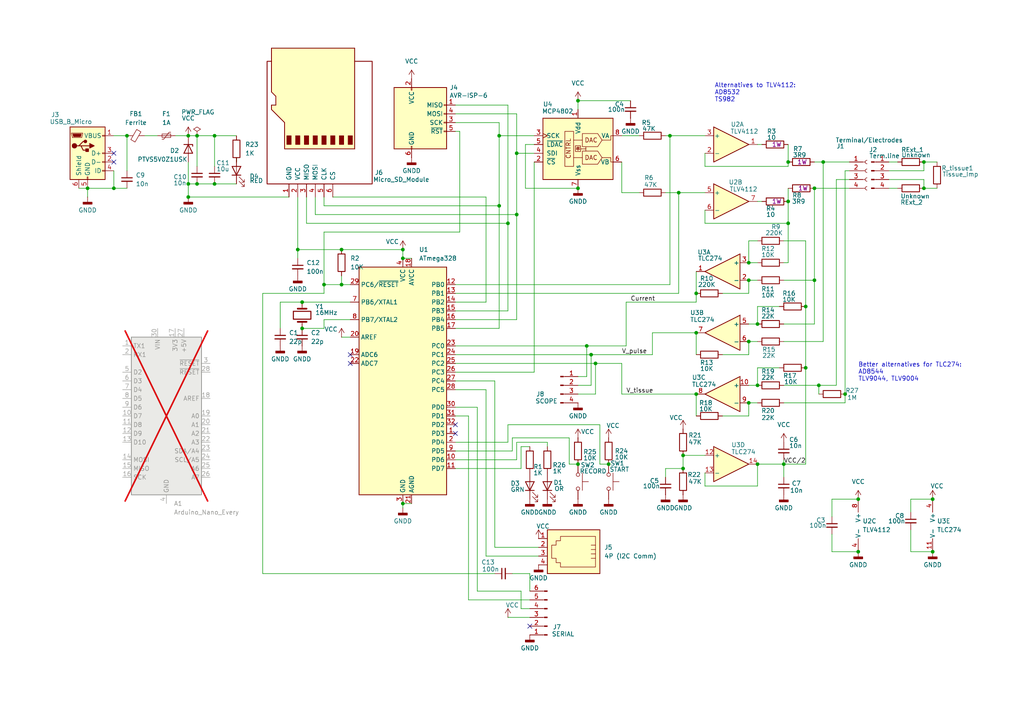
<source format=kicad_sch>
(kicad_sch (version 20250114) (generator "eeschema") (generator_version "9.0")
  (paper "A4")
  (title_block (title "Pulse Stimulator") (date "2025-08-25") (rev "1") (company "GHJ"))
  (text "Alternatives to TLV4112:\nAD8532\nTS982" (at 207.264 26.924 0) (effects (font (size 1.27 1.27)) (justify left)))
  (text "Better alternatives for TLC274:\nAD8544\nTLV9044, TLV9004\n" (at 248.92 107.95 0) (effects (font (size 1.27 1.27)) (justify left)))
  (junction (at 237.49 111.76))
  (junction (at 62.23 39.37))
  (junction (at 227.33 134.62))
  (junction (at 201.93 114.3))
  (junction (at 217.17 99.06))
  (junction (at 219.71 93.98))
  (junction (at 54.61 57.15))
  (junction (at 198.12 135.89))
  (junction (at 54.61 39.37))
  (junction (at 57.15 53.34))
  (junction (at 87.63 95.25))
  (junction (at 147.32 64.77))
  (junction (at 171.45 102.87))
  (junction (at 228.6 64.77))
  (junction (at 144.78 59.69))
  (junction (at 267.97 54.61))
  (junction (at 233.68 106.68))
  (junction (at 36.83 39.37))
  (junction (at 116.84 74.93))
  (junction (at 217.17 81.28))
  (junction (at 245.11 114.3))
  (junction (at 170.18 100.33))
  (junction (at 233.68 88.9))
  (junction (at 167.64 54.61))
  (junction (at 201.93 85.09))
  (junction (at 194.31 39.37))
  (junction (at 149.86 44.45))
  (junction (at 99.06 72.39))
  (junction (at 219.71 134.62))
  (junction (at 144.78 39.37))
  (junction (at 87.63 87.63))
  (junction (at 57.15 39.37))
  (junction (at 236.22 81.28))
  (junction (at 201.93 96.52))
  (junction (at 54.61 53.34))
  (junction (at 93.98 82.55))
  (junction (at 116.84 146.05))
  (junction (at 270.51 160.02))
  (junction (at 238.76 46.99))
  (junction (at 228.6 58.42))
  (junction (at 219.71 111.76))
  (junction (at 248.92 160.02))
  (junction (at 149.86 62.23))
  (junction (at 270.51 144.78))
  (junction (at 176.53 134.62))
  (junction (at 236.22 54.61))
  (junction (at 217.17 116.84))
  (junction (at 267.97 46.99))
  (junction (at 167.64 134.62))
  (junction (at 248.92 144.78))
  (junction (at 25.4 54.61))
  (junction (at 172.72 105.41))
  (junction (at 217.17 76.2))
  (junction (at 198.12 132.08))
  (junction (at 99.06 82.55))
  (junction (at 62.23 53.34))
  (junction (at 86.36 72.39))
  (junction (at 228.6 46.99))
  (junction (at 167.64 29.21))
  (junction (at 196.85 55.88))
  (junction (at 116.84 72.39))
  (junction (at 33.02 54.61))
  (no_connect (at 33.02 44.45))
  (no_connect (at 101.6 102.87))
  (no_connect (at 132.08 125.73))
  (no_connect (at 33.02 46.99))
  (no_connect (at 132.08 123.19))
  (no_connect (at 153.67 181.61))
  (no_connect (at 101.6 105.41))
  (wire (pts (xy 219.71 69.85) (xy 217.17 69.85)))
  (wire (pts (xy 147.32 64.77) (xy 147.32 90.17)))
  (wire (pts (xy 219.71 140.97) (xy 204.47 140.97)))
  (wire (pts (xy 57.15 39.37) (xy 62.23 39.37)))
  (wire (pts (xy 238.76 46.99) (xy 246.38 46.99)))
  (wire (pts (xy 99.06 82.55) (xy 93.98 82.55)))
  (wire (pts (xy 148.59 130.81) (xy 148.59 127)))
  (wire (pts (xy 99.06 97.79) (xy 101.6 97.79)))
  (wire (pts (xy 242.57 52.07) (xy 246.38 52.07)))
  (wire (pts (xy 153.67 166.37) (xy 153.67 171.45)))
  (wire (pts (xy 267.97 46.99) (xy 271.78 46.99)))
  (wire (pts (xy 270.51 144.78) (xy 264.16 144.78)))
  (wire (pts (xy 156.21 158.75) (xy 143.51 158.75)))
  (wire (pts (xy 209.55 85.09) (xy 217.17 85.09)))
  (wire (pts (xy 242.57 111.76) (xy 242.57 52.07)))
  (wire (pts (xy 135.89 173.99) (xy 135.89 120.65)))
  (wire (pts (xy 180.34 39.37) (xy 185.42 39.37)))
  (wire (pts (xy 228.6 64.77) (xy 228.6 58.42)))
  (wire (pts (xy 132.08 133.35) (xy 149.86 133.35)))
  (wire (pts (xy 22.86 54.61) (xy 25.4 54.61)))
  (wire (pts (xy 132.08 128.27) (xy 147.32 128.27)))
  (wire (pts (xy 62.23 48.26) (xy 62.23 39.37)))
  (wire (pts (xy 132.08 85.09) (xy 196.85 85.09)))
  (wire (pts (xy 209.55 102.87) (xy 217.17 102.87)))
  (wire (pts (xy 172.72 114.3) (xy 172.72 105.41)))
  (wire (pts (xy 151.13 171.45) (xy 138.43 171.45)))
  (wire (pts (xy 204.47 64.77) (xy 228.6 64.77)))
  (wire (pts (xy 62.23 53.34) (xy 57.15 53.34)))
  (wire (pts (xy 217.17 93.98) (xy 219.71 93.98)))
  (wire (pts (xy 245.11 116.84) (xy 227.33 116.84)))
  (wire (pts (xy 132.08 87.63) (xy 140.97 87.63)))
  (wire (pts (xy 143.51 158.75) (xy 143.51 110.49)))
  (wire (pts (xy 54.61 53.34) (xy 54.61 57.15)))
  (wire (pts (xy 267.97 46.99) (xy 267.97 49.53)))
  (wire (pts (xy 248.92 160.02) (xy 241.3 160.02)))
  (wire (pts (xy 217.17 81.28) (xy 219.71 81.28)))
  (wire (pts (xy 228.6 41.91) (xy 228.6 46.99)))
  (wire (pts (xy 198.12 132.08) (xy 198.12 135.89)))
  (wire (pts (xy 227.33 111.76) (xy 237.49 111.76)))
  (wire (pts (xy 25.4 54.61) (xy 25.4 57.15)))
  (wire (pts (xy 181.61 87.63) (xy 181.61 100.33)))
  (wire (pts (xy 132.08 135.89) (xy 151.13 135.89)))
  (wire (pts (xy 151.13 135.89) (xy 151.13 129.54)))
  (wire (pts (xy 257.81 54.61) (xy 260.35 54.61)))
  (wire (pts (xy 217.17 81.28) (xy 217.17 85.09)))
  (wire (pts (xy 93.98 85.09) (xy 93.98 82.55)))
  (wire (pts (xy 57.15 53.34) (xy 54.61 53.34)))
  (wire (pts (xy 219.71 93.98) (xy 219.71 88.9)))
  (wire (pts (xy 96.52 57.15) (xy 140.97 57.15)))
  (wire (pts (xy 201.93 85.09) (xy 201.93 78.74)))
  (wire (pts (xy 170.18 109.22) (xy 170.18 100.33)))
  (wire (pts (xy 147.32 123.19) (xy 173.99 123.19)))
  (wire (pts (xy 147.32 179.07) (xy 153.67 179.07)))
  (wire (pts (xy 204.47 48.26) (xy 228.6 48.26)))
  (wire (pts (xy 245.11 114.3) (xy 245.11 116.84)))
  (wire (pts (xy 101.6 92.71) (xy 93.98 92.71)))
  (wire (pts (xy 86.36 72.39) (xy 99.06 72.39)))
  (wire (pts (xy 93.98 67.31) (xy 133.35 67.31)))
  (wire (pts (xy 147.32 30.48) (xy 147.32 64.77)))
  (wire (pts (xy 148.59 127) (xy 165.1 127)))
  (wire (pts (xy 233.68 88.9) (xy 233.68 106.68)))
  (wire (pts (xy 172.72 105.41) (xy 132.08 105.41)))
  (wire (pts (xy 257.81 52.07) (xy 267.97 52.07)))
  (wire (pts (xy 264.16 153.67) (xy 264.16 160.02)))
  (wire (pts (xy 152.4 54.61) (xy 167.64 54.61)))
  (wire (pts (xy 217.17 76.2) (xy 219.71 76.2)))
  (wire (pts (xy 87.63 87.63) (xy 101.6 87.63)))
  (wire (pts (xy 151.13 171.45) (xy 151.13 176.53)))
  (wire (pts (xy 196.85 55.88) (xy 196.85 85.09)))
  (wire (pts (xy 54.61 39.37) (xy 57.15 39.37)))
  (wire (pts (xy 99.06 72.39) (xy 116.84 72.39)))
  (wire (pts (xy 132.08 30.48) (xy 147.32 30.48)))
  (wire (pts (xy 116.84 146.05) (xy 119.38 146.05)))
  (wire (pts (xy 171.45 111.76) (xy 171.45 102.87)))
  (wire (pts (xy 189.23 96.52) (xy 201.93 96.52)))
  (wire (pts (xy 233.68 69.85) (xy 233.68 88.9)))
  (wire (pts (xy 180.34 105.41) (xy 172.72 105.41)))
  (wire (pts (xy 264.16 144.78) (xy 264.16 148.59)))
  (wire (pts (xy 165.1 134.62) (xy 167.64 134.62)))
  (wire (pts (xy 228.6 76.2) (xy 228.6 64.77)))
  (wire (pts (xy 237.49 111.76) (xy 242.57 111.76)))
  (wire (pts (xy 132.08 33.02) (xy 149.86 33.02)))
  (wire (pts (xy 204.47 44.45) (xy 204.47 48.26)))
  (wire (pts (xy 227.33 69.85) (xy 233.68 69.85)))
  (wire (pts (xy 151.13 129.54) (xy 153.67 129.54)))
  (wire (pts (xy 196.85 55.88) (xy 204.47 55.88)))
  (wire (pts (xy 245.11 49.53) (xy 246.38 49.53)))
  (wire (pts (xy 194.31 82.55) (xy 132.08 82.55)))
  (wire (pts (xy 167.64 29.21) (xy 182.88 29.21)))
  (wire (pts (xy 173.99 134.62) (xy 176.53 134.62)))
  (wire (pts (xy 86.36 57.15) (xy 86.36 72.39)))
  (wire (pts (xy 170.18 100.33) (xy 181.61 100.33)))
  (wire (pts (xy 135.89 173.99) (xy 153.67 173.99)))
  (wire (pts (xy 149.86 128.27) (xy 158.75 128.27)))
  (wire (pts (xy 219.71 106.68) (xy 219.71 111.76)))
  (wire (pts (xy 86.36 72.39) (xy 86.36 74.93)))
  (wire (pts (xy 81.28 87.63) (xy 81.28 95.25)))
  (wire (pts (xy 194.31 39.37) (xy 194.31 82.55)))
  (wire (pts (xy 219.71 41.91) (xy 220.98 41.91)))
  (wire (pts (xy 33.02 39.37) (xy 36.83 39.37)))
  (wire (pts (xy 204.47 60.96) (xy 204.47 64.77)))
  (wire (pts (xy 198.12 132.08) (xy 204.47 132.08)))
  (wire (pts (xy 116.84 74.93) (xy 119.38 74.93)))
  (wire (pts (xy 33.02 49.53) (xy 33.02 54.61)))
  (wire (pts (xy 193.04 55.88) (xy 196.85 55.88)))
  (wire (pts (xy 238.76 46.99) (xy 238.76 99.06)))
  (wire (pts (xy 227.33 76.2) (xy 228.6 76.2)))
  (wire (pts (xy 76.2 85.09) (xy 93.98 85.09)))
  (wire (pts (xy 153.67 176.53) (xy 151.13 176.53)))
  (wire (pts (xy 236.22 46.99) (xy 238.76 46.99)))
  (wire (pts (xy 227.33 134.62) (xy 227.33 138.43)))
  (wire (pts (xy 54.61 57.15) (xy 83.82 57.15)))
  (wire (pts (xy 217.17 120.65) (xy 217.17 116.84)))
  (wire (pts (xy 248.92 144.78) (xy 241.3 144.78)))
  (wire (pts (xy 180.34 114.3) (xy 180.34 105.41)))
  (wire (pts (xy 88.9 57.15) (xy 88.9 64.77)))
  (wire (pts (xy 147.32 128.27) (xy 147.32 123.19)))
  (wire (pts (xy 167.64 109.22) (xy 170.18 109.22)))
  (wire (pts (xy 81.28 87.63) (xy 87.63 87.63)))
  (wire (pts (xy 144.78 39.37) (xy 144.78 35.56)))
  (wire (pts (xy 68.58 46.99) (xy 68.58 45.72)))
  (wire (pts (xy 138.43 118.11) (xy 132.08 118.11)))
  (wire (pts (xy 227.33 93.98) (xy 236.22 93.98)))
  (wire (pts (xy 201.93 114.3) (xy 201.93 120.65)))
  (wire (pts (xy 257.81 49.53) (xy 267.97 49.53)))
  (wire (pts (xy 226.06 106.68) (xy 219.71 106.68)))
  (wire (pts (xy 193.04 39.37) (xy 194.31 39.37)))
  (wire (pts (xy 149.86 44.45) (xy 154.94 44.45)))
  (wire (pts (xy 144.78 35.56) (xy 132.08 35.56)))
  (wire (pts (xy 233.68 106.68) (xy 233.68 134.62)))
  (wire (pts (xy 148.59 166.37) (xy 153.67 166.37)))
  (wire (pts (xy 68.58 39.37) (xy 62.23 39.37)))
  (wire (pts (xy 236.22 54.61) (xy 246.38 54.61)))
  (wire (pts (xy 88.9 64.77) (xy 147.32 64.77)))
  (wire (pts (xy 144.78 39.37) (xy 154.94 39.37)))
  (wire (pts (xy 267.97 52.07) (xy 267.97 54.61)))
  (wire (pts (xy 144.78 39.37) (xy 144.78 59.69)))
  (wire (pts (xy 193.04 135.89) (xy 193.04 138.43)))
  (wire (pts (xy 93.98 95.25) (xy 87.63 95.25)))
  (wire (pts (xy 217.17 116.84) (xy 219.71 116.84)))
  (wire (pts (xy 152.4 41.91) (xy 152.4 54.61)))
  (wire (pts (xy 237.49 111.76) (xy 237.49 114.3)))
  (wire (pts (xy 132.08 92.71) (xy 149.86 92.71)))
  (wire (pts (xy 267.97 54.61) (xy 271.78 54.61)))
  (wire (pts (xy 204.47 140.97) (xy 204.47 137.16)))
  (wire (pts (xy 57.15 48.26) (xy 57.15 39.37)))
  (wire (pts (xy 219.71 134.62) (xy 219.71 140.97)))
  (wire (pts (xy 138.43 171.45) (xy 138.43 118.11)))
  (wire (pts (xy 36.83 54.61) (xy 33.02 54.61)))
  (wire (pts (xy 180.34 55.88) (xy 185.42 55.88)))
  (wire (pts (xy 217.17 111.76) (xy 219.71 111.76)))
  (wire (pts (xy 91.44 57.15) (xy 91.44 62.23)))
  (wire (pts (xy 167.64 29.21) (xy 167.64 31.75)))
  (wire (pts (xy 93.98 57.15) (xy 93.98 59.69)))
  (wire (pts (xy 257.81 46.99) (xy 260.35 46.99)))
  (wire (pts (xy 228.6 46.99) (xy 228.6 48.26)))
  (wire (pts (xy 167.64 111.76) (xy 171.45 111.76)))
  (wire (pts (xy 149.86 33.02) (xy 149.86 44.45)))
  (wire (pts (xy 116.84 72.39) (xy 116.84 74.93)))
  (wire (pts (xy 50.8 39.37) (xy 54.61 39.37)))
  (wire (pts (xy 154.94 107.95) (xy 132.08 107.95)))
  (wire (pts (xy 241.3 160.02) (xy 241.3 154.94)))
  (wire (pts (xy 91.44 62.23) (xy 149.86 62.23)))
  (wire (pts (xy 101.6 82.55) (xy 99.06 82.55)))
  (wire (pts (xy 147.32 90.17) (xy 132.08 90.17)))
  (wire (pts (xy 198.12 135.89) (xy 193.04 135.89)))
  (wire (pts (xy 217.17 99.06) (xy 219.71 99.06)))
  (wire (pts (xy 165.1 127) (xy 165.1 134.62)))
  (wire (pts (xy 158.75 128.27) (xy 158.75 129.54)))
  (wire (pts (xy 227.33 81.28) (xy 236.22 81.28)))
  (wire (pts (xy 143.51 110.49) (xy 132.08 110.49)))
  (wire (pts (xy 132.08 100.33) (xy 170.18 100.33)))
  (wire (pts (xy 149.86 133.35) (xy 149.86 128.27)))
  (wire (pts (xy 236.22 93.98) (xy 236.22 81.28)))
  (wire (pts (xy 99.06 80.01) (xy 99.06 82.55)))
  (wire (pts (xy 135.89 120.65) (xy 132.08 120.65)))
  (wire (pts (xy 140.97 113.03) (xy 140.97 161.29)))
  (wire (pts (xy 201.93 87.63) (xy 201.93 85.09)))
  (wire (pts (xy 140.97 57.15) (xy 140.97 87.63)))
  (wire (pts (xy 219.71 88.9) (xy 226.06 88.9)))
  (wire (pts (xy 132.08 130.81) (xy 148.59 130.81)))
  (wire (pts (xy 233.68 134.62) (xy 227.33 134.62)))
  (wire (pts (xy 217.17 102.87) (xy 217.17 99.06)))
  (wire (pts (xy 227.33 99.06) (xy 238.76 99.06)))
  (wire (pts (xy 140.97 161.29) (xy 156.21 161.29)))
  (wire (pts (xy 189.23 102.87) (xy 189.23 96.52)))
  (wire (pts (xy 133.35 67.31) (xy 133.35 38.1)))
  (wire (pts (xy 41.91 39.37) (xy 45.72 39.37)))
  (wire (pts (xy 132.08 113.03) (xy 140.97 113.03)))
  (wire (pts (xy 54.61 46.99) (xy 54.61 53.34)))
  (wire (pts (xy 209.55 120.65) (xy 217.17 120.65)))
  (wire (pts (xy 93.98 59.69) (xy 144.78 59.69)))
  (wire (pts (xy 180.34 46.99) (xy 180.34 55.88)))
  (wire (pts (xy 36.83 39.37) (xy 36.83 49.53)))
  (wire (pts (xy 76.2 166.37) (xy 76.2 85.09)))
  (wire (pts (xy 33.02 54.61) (xy 25.4 54.61)))
  (wire (pts (xy 227.33 133.35) (xy 227.33 134.62)))
  (wire (pts (xy 171.45 102.87) (xy 189.23 102.87)))
  (wire (pts (xy 167.64 114.3) (xy 172.72 114.3)))
  (wire (pts (xy 93.98 82.55) (xy 93.98 67.31)))
  (wire (pts (xy 93.98 92.71) (xy 93.98 95.25)))
  (wire (pts (xy 245.11 49.53) (xy 245.11 114.3)))
  (wire (pts (xy 228.6 54.61) (xy 228.6 58.42)))
  (wire (pts (xy 154.94 46.99) (xy 154.94 107.95)))
  (wire (pts (xy 68.58 53.34) (xy 62.23 53.34)))
  (wire (pts (xy 144.78 95.25) (xy 132.08 95.25)))
  (wire (pts (xy 217.17 69.85) (xy 217.17 76.2)))
  (wire (pts (xy 236.22 81.28) (xy 236.22 54.61)))
  (wire (pts (xy 133.35 38.1) (xy 132.08 38.1)))
  (wire (pts (xy 143.51 166.37) (xy 76.2 166.37)))
  (wire (pts (xy 241.3 144.78) (xy 241.3 149.86)))
  (wire (pts (xy 201.93 114.3) (xy 180.34 114.3)))
  (wire (pts (xy 132.08 102.87) (xy 171.45 102.87)))
  (wire (pts (xy 154.94 41.91) (xy 152.4 41.91)))
  (wire (pts (xy 144.78 59.69) (xy 144.78 95.25)))
  (wire (pts (xy 149.86 62.23) (xy 149.86 92.71)))
  (wire (pts (xy 264.16 160.02) (xy 270.51 160.02)))
  (wire (pts (xy 219.71 58.42) (xy 220.98 58.42)))
  (wire (pts (xy 173.99 123.19) (xy 173.99 134.62)))
  (wire (pts (xy 219.71 134.62) (xy 227.33 134.62)))
  (wire (pts (xy 201.93 96.52) (xy 201.93 102.87)))
  (wire (pts (xy 149.86 44.45) (xy 149.86 62.23)))
  (wire (pts (xy 194.31 39.37) (xy 204.47 39.37)))
  (wire (pts (xy 181.61 87.63) (xy 201.93 87.63)))
  (wire (pts (xy 116.84 146.05) (xy 116.84 147.32)))
  (label "V_tissue" (at 181.61 114.3 0))
  (label "VCC{slash}2" (at 227.33 134.62 0))
  (label "V_pulse" (at 180.34 102.87 0))
  (label "Current" (at 182.88 87.63 0))
  (symbol (lib_id "Device:R") (at 223.52 81.28 270) (unit 1)
    (property "Reference" "R11" (at 222.758 83.82 90))
    (property "Value" "10K" (at 222.758 85.598 90))
    (property "Footprint" "Resistor_SMD:R_1206_3216Metric" (effects (hide yes)))
    (property "Description" "Resistor" (effects (hide yes)))
  )
  (symbol (lib_id "AddLibrary:Micro_SD_Module") (at 91.44 34.29 90) (unit 1)
    (property "Reference" "J6" (at 108.712 50.038 90) (effects (justify right)))
    (property "Value" "Micro_SD_Module" (at 108.204 52.07 90) (effects (justify right)))
    (property "Datasheet" "https://lastminuteengineers.com/arduino-micro-sd-card-module-tutorial/" (effects (hide yes)))
    (property "Description" "Micro SD Card Socket" (effects (hide yes)))
  )
  (symbol (lib_id "Device:R") (at 167.64 130.81 0) (unit 1)
    (property "Reference" "R25" (at 169.164 131.064 0) (effects (justify left)))
    (property "Value" "10K" (at 169.164 132.842 0) (effects (justify left)))
    (property "Footprint" "Resistor_SMD:R_1206_3216Metric" (effects (hide yes)))
    (property "Description" "Resistor" (effects (hide yes)))
  )
  (symbol (lib_id "power:GNDD") (at 167.64 144.78 0) (unit 1)
    (property "Reference" "#PWR026" (effects (hide yes)))
    (property "Value" "GNDD" (at 167.64 148.59 0))
    (property "Description" "Power symbol creates a global label with name \"GNDD\" , digital ground" (effects (hide yes)))
  )
  (symbol (lib_id "power:PWR_FLAG") (at 57.15 39.37 0) (unit 1)
    (property "Reference" "#FLG01" (effects (hide yes)))
    (property "Value" "PWR_FLAG" (at 57.404 32.512 0))
    (property "Description" "Special symbol for telling ERC where power comes from" (effects (hide yes)))
  )
  (symbol (lib_id "Device:Polyfuse_Small") (at 48.26 39.37 270) (unit 1)
    (property "Reference" "F1" (at 48.26 33.02 90))
    (property "Value" "1A" (at 48.26 35.56 90))
    (property "Footprint" "Capacitor_SMD:C_0805_2012Metric_Pad1.18x1.45mm_HandSolder" (effects (hide yes)))
    (property "Datasheet" "https://www.littelfuse.com/assetdocs/littelfuse_ptc_0805l_datasheet.pdf" (effects (hide yes)))
    (property "Description" "Resettable fuse, polymeric positive temperature coefficient, small symbol" (effects (hide yes)))
  )
  (symbol (lib_id "power:GNDD") (at 116.84 147.32 0) (unit 1)
    (property "Reference" "#PWR02" (effects (hide yes)))
    (property "Value" "GNDD" (at 116.84 151.13 0))
    (property "Description" "Power symbol creates a global label with name \"GNDD\" , digital ground" (effects (hide yes)))
  )
  (symbol (lib_id "Device:R") (at 68.58 43.18 0) (unit 1)
    (property "Reference" "R23" (at 71.12 41.9099 0) (effects (justify left)))
    (property "Value" "1K" (at 71.12 44.4499 0) (effects (justify left)))
    (property "Footprint" "Resistor_SMD:R_1206_3216Metric" (effects (hide yes)))
    (property "Description" "Resistor" (effects (hide yes)))
  )
  (symbol (lib_id "power:GNDD") (at 248.92 160.02 0) (unit 1)
    (property "Reference" "#PWR06" (effects (hide yes)))
    (property "Value" "GNDD" (at 248.92 163.83 0))
    (property "Description" "Power symbol creates a global label with name \"GNDD\" , digital ground" (effects (hide yes)))
  )
  (symbol (lib_id "power:GNDD") (at 86.36 80.01 0) (unit 1)
    (property "Reference" "#PWR032" (effects (hide yes)))
    (property "Value" "GNDD" (at 86.36 83.82 0))
    (property "Description" "Power symbol creates a global label with name \"GNDD\" , digital ground" (effects (hide yes)))
  )
  (symbol (lib_id "power:GNDD") (at 193.04 143.51 0) (unit 1)
    (property "Reference" "#PWR015" (effects (hide yes)))
    (property "Value" "GNDD" (at 193.04 147.32 0))
    (property "Description" "Power symbol creates a global label with name \"GNDD\" , digital ground" (effects (hide yes)))
  )
  (symbol (lib_id "Amplifier_Operational:TLC274") (at 209.55 114.3 0) (mirror y) (unit 3)
    (property "Reference" "U3" (at 202.692 109.474 0))
    (property "Value" "TLC274" (at 204.216 111.506 0))
    (property "Datasheet" "http://www.ti.com/lit/ds/symlink/tlc274.pdf" (effects (hide yes)))
    (property "Description" "Quad LinCMOS Precision Quad Operational Amplifiers, DIP-14/SOIC-14/SSOP-14" (effects (hide yes)))
  )
  (symbol (lib_id "Device:R") (at 223.52 99.06 270) (unit 1)
    (property "Reference" "R15" (at 223.012 101.346 90))
    (property "Value" "22K" (at 223.012 103.124 90))
    (property "Footprint" "Resistor_SMD:R_1206_3216Metric" (effects (hide yes)))
    (property "Description" "Resistor" (effects (hide yes)))
  )
  (symbol (lib_id "Device:C_Small") (at 87.63 97.79 0) (unit 1)
    (property "Reference" "C2" (at 90.17 96.5262 0) (effects (justify left)))
    (property "Value" "22p" (at 90.17 99.0662 0) (effects (justify left)))
    (property "Footprint" "Capacitor_SMD:C_0603_1608Metric" (effects (hide yes)))
    (property "Description" "Unpolarized capacitor, small symbol" (effects (hide yes)))
  )
  (symbol (lib_id "AddLibrary:TLV4112") (at 212.09 58.42 0) (unit 2)
    (property "Reference" "U2" (at 213.36 52.832 0))
    (property "Value" "TLV4112" (at 215.646 54.864 0))
    (property "Datasheet" "http://www.ti.com/lit/ds/symlink/lm2904-n.pdf" (effects (hide yes)))
    (property "Description" "Low-Power, Dual Operational Amplifiers, DIP-8/SOIC-8/TO-99-8" (effects (hide yes)))
  )
  (symbol (lib_id "AddLibrary:TLV4112") (at 212.09 41.91 0) (unit 1)
    (property "Reference" "U2" (at 213.868 36.068 0))
    (property "Value" "TLV4112" (at 215.9 38.1 0))
    (property "Datasheet" "http://www.ti.com/lit/ds/symlink/lm2904-n.pdf" (effects (hide yes)))
    (property "Description" "Low-Power, Dual Operational Amplifiers, DIP-8/SOIC-8/TO-99-8" (effects (hide yes)))
  )
  (symbol (lib_id "Connector:4P4C") (at 166.37 158.75 180) (unit 1)
    (property "Reference" "J5" (at 175.26 158.7499 0) (effects (justify right)))
    (property "Value" "4P (I2C Comm)" (at 175.26 161.2899 0) (effects (justify right)))
    (property "Datasheet" "https://www.molex.com/en-us/products/part-detail-pdf/955016449?display=pdf" (effects (hide yes)))
    (property "Description" "RJ connector, 4P4C (4 positions 4 connected), RJ9/RJ10/RJ22" (effects (hide yes)))
  )
  (symbol (lib_id "Device:C_Small") (at 227.33 130.81 0) (unit 1)
    (property "Reference" "C6" (at 228.854 127.508 0) (effects (justify left)))
    (property "Value" "10n" (at 228.854 129.286 0) (effects (justify left)))
    (property "Footprint" "Capacitor_SMD:C_0603_1608Metric" (effects (hide yes)))
    (property "Description" "Unpolarized capacitor, small symbol" (effects (hide yes)))
  )
  (symbol (lib_id "power:GNDD") (at 153.67 184.15 0) (unit 1)
    (property "Reference" "#PWR028" (effects (hide yes)))
    (property "Value" "GNDD" (at 153.67 187.96 0))
    (property "Description" "Power symbol creates a global label with name \"GNDD\" , digital ground" (effects (hide yes)))
  )
  (symbol (lib_id "AddLibrary:TLV4112") (at 251.46 152.4 0) (unit 3)
    (property "Reference" "U2" (at 250.19 151.1299 0) (effects (justify left)))
    (property "Value" "TLV4112" (at 250.19 153.6699 0) (effects (justify left)))
    (property "Datasheet" "http://www.ti.com/lit/ds/symlink/lm2904-n.pdf" (effects (hide yes)))
    (property "Description" "Low-Power, Dual Operational Amplifiers, DIP-8/SOIC-8/TO-99-8" (effects (hide yes)))
  )
  (symbol (lib_id "Connector:Conn_01x04_Pin") (at 252.73 49.53 0) (unit 1) (in_bom no) (on_board no)
    (property "Reference" "J2" (at 253.238 43.434 0))
    (property "Value" "Term.line" (at 256.54 45.212 0))
    (property "Description" "Generic connector, single row, 01x04, script generated" (effects (hide yes)))
  )
  (symbol (lib_id "Connector:Conn_01x06_Pin") (at 158.75 179.07 180) (unit 1)
    (property "Reference" "J7" (at 161.544 181.864 0))
    (property "Value" "SERIAL" (at 163.322 183.896 0))
    (property "Datasheet" "https://nl.mouser.com/datasheet/2/1/ts0766-2036569.pdf" (effects (hide yes)))
    (property "Description" "Generic connector, single row, 01x06, script generated" (effects (hide yes)))
  )
  (symbol (lib_id "Device:R") (at 153.67 133.35 0) (unit 1)
    (property "Reference" "R1" (at 154.686 135.382 0) (effects (justify left)))
    (property "Value" "1K" (at 154.686 137.16 0) (effects (justify left)))
    (property "Footprint" "Resistor_SMD:R_1206_3216Metric" (effects (hide yes)))
    (property "Description" "Resistor" (effects (hide yes)))
  )
  (symbol (lib_id "power:+5V") (at 176.53 127 0) (unit 1)
    (property "Reference" "#PWR01" (effects (hide yes)))
    (property "Value" "VCC" (at 177.8 123.444 0))
    (property "Description" "Power symbol creates a global label with name \"+5V\"" (effects (hide yes)))
  )
  (symbol (lib_id "Amplifier_Operational:TLC274") (at 209.55 96.52 0) (mirror y) (unit 2)
    (property "Reference" "U3" (at 202.184 90.678 0))
    (property "Value" "TLC274" (at 203.708 92.71 0))
    (property "Datasheet" "http://www.ti.com/lit/ds/symlink/tlc274.pdf" (effects (hide yes)))
    (property "Description" "Quad LinCMOS Precision Quad Operational Amplifiers, DIP-14/SOIC-14/SSOP-14" (effects (hide yes)))
  )
  (symbol (lib_id "Connector:AVR-ISP-6") (at 121.92 35.56 0) (unit 1)
    (property "Reference" "J4" (at 132.842 25.4 0) (effects (justify right)))
    (property "Value" "AVR-ISP-6" (at 141.478 27.686 0) (effects (justify right)))
    (property "Datasheet" "https://nl.mouser.com/datasheet/2/1/ts0766-2036569.pdf" (effects (hide yes)))
    (property "Description" "Atmel 6-pin ISP connector" (effects (hide yes)))
  )
  (symbol (lib_id "Device:C_Small") (at 62.23 50.8 0) (unit 1)
    (property "Reference" "C11" (at 62.738 47.244 0) (effects (justify left)))
    (property "Value" "10u" (at 62.738 49.022 0) (effects (justify left)))
    (property "Footprint" "Capacitor_SMD:C_1206_3216Metric" (effects (hide yes)))
    (property "Description" "Unpolarized capacitor, small symbol" (effects (hide yes)))
  )
  (symbol (lib_id "Diode:PTVS5V0Z1USK") (at 54.61 43.18 270) (unit 1)
    (property "Reference" "D2" (at 49.276 43.688 90) (effects (justify left)))
    (property "Value" "PTVS5V0Z1USK" (at 39.878 46.228 90) (effects (justify left)))
    (property "Footprint" "Diode_SMD:Nexperia_DSN1608-2_1.6x0.8mm" (effects (hide yes)))
    (property "Datasheet" "https://assets.nexperia.com/documents/data-sheet/PTVS5V0Z1USK.pdf" (effects (hide yes)))
    (property "Description" "5V, 1200W TVS unidirectional diode, DSN1608-2" (effects (hide yes)))
  )
  (symbol (lib_id "power:+5V") (at 147.32 179.07 0) (unit 1)
    (property "Reference" "#PWR029" (effects (hide yes)))
    (property "Value" "VCC" (at 148.59 175.514 0))
    (property "Description" "Power symbol creates a global label with name \"+5V\"" (effects (hide yes)))
  )
  (symbol (lib_id "MCU_Module:Arduino_Nano_Every") (at 48.26 120.65 0) (unit 1) (dnp yes)
    (property "Reference" "A1" (at 50.4033 146.05 0) (effects (justify left)))
    (property "Value" "Arduino_Nano_Every" (at 50.4033 148.59 0) (effects (justify left)))
    (property "Footprint" "Module:Arduino_Nano" (effects (hide yes)))
    (property "Datasheet" "https://content.arduino.cc/assets/NANOEveryV3.0_sch.pdf" (effects (hide yes)))
    (property "Description" "Arduino Nano Every" (effects (hide yes)))
  )
  (symbol (lib_id "Device:R") (at 264.16 46.99 270) (unit 1) (in_bom no) (on_board no)
    (property "Reference" "RExt_1" (at 264.668 43.434 90))
    (property "Value" "Unknown" (at 265.684 44.958 90))
    (property "Footprint" "Resistor_SMD:R_1206_3216Metric" (effects (hide yes)))
    (property "Description" "Resistor" (effects (hide yes)))
  )
  (symbol (lib_id "Device:R") (at 224.79 58.42 270) (unit 1)
    (property "Reference" "R4" (at 223.52 60.452 90))
    (property "Value" "10" (at 223.52 62.23 90))
    (property "Footprint" "Resistor_SMD:R_2816_7142Metric_Pad3.20x4.45mm_HandSolder" (effects (hide yes)))
    (property "Description" "1W" (at 225.298 58.42 90))
  )
  (symbol (lib_id "Device:R") (at 223.52 69.85 90) (mirror x) (unit 1)
    (property "Reference" "R9" (at 225.044 65.786 90))
    (property "Value" "220K" (at 224.536 67.564 90))
    (property "Footprint" "Resistor_SMD:R_1206_3216Metric" (effects (hide yes)))
    (property "Description" "Resistor" (effects (hide yes)))
  )
  (symbol (lib_id "Device:R") (at 232.41 54.61 270) (unit 1)
    (property "Reference" "R8" (at 231.14 56.642 90))
    (property "Value" "3R9" (at 231.648 58.42 90))
    (property "Footprint" "Resistor_SMD:R_2512_6332Metric_Pad1.40x3.35mm_HandSolder" (effects (hide yes)))
    (property "Description" "1W" (at 232.918 54.61 90))
  )
  (symbol (lib_id "power:+5V") (at 99.06 97.79 0) (unit 1)
    (property "Reference" "#PWR035" (effects (hide yes)))
    (property "Value" "VCC" (at 96.012 95.504 0))
    (property "Description" "Power symbol creates a global label with name \"+5V\"" (effects (hide yes)))
  )
  (symbol (lib_id "Device:C_Small") (at 146.05 166.37 90) (unit 1)
    (property "Reference" "C13" (at 143.51 163.068 90) (effects (justify left)))
    (property "Value" "100n" (at 144.78 165.1 90) (effects (justify left)))
    (property "Footprint" "Capacitor_SMD:C_0603_1608Metric" (effects (hide yes)))
    (property "Description" "Unpolarized capacitor, small symbol" (effects (hide yes)))
  )
  (symbol (lib_id "Amplifier_Operational:TLC274") (at 212.09 134.62 0) (unit 4)
    (property "Reference" "U3" (at 214.122 129.032 0))
    (property "Value" "TLC274" (at 215.646 131.064 0))
    (property "Datasheet" "http://www.ti.com/lit/ds/symlink/tlc274.pdf" (effects (hide yes)))
    (property "Description" "Quad LinCMOS Precision Quad Operational Amplifiers, DIP-14/SOIC-14/SSOP-14" (effects (hide yes)))
  )
  (symbol (lib_id "Connector:USB_B_Micro") (at 25.4 44.45 0) (unit 1)
    (property "Reference" "J3" (at 16.002 33.274 0))
    (property "Value" "USB_B_Micro" (at 20.574 35.306 0))
    (property "Description" "USB Micro Type B connector" (effects (hide yes)))
  )
  (symbol (lib_id "power:GNDD") (at 167.64 116.84 0) (unit 1)
    (property "Reference" "#PWR033" (effects (hide yes)))
    (property "Value" "GNDD" (at 167.64 120.65 0))
    (property "Description" "Power symbol creates a global label with name \"GNDD\" , digital ground" (effects (hide yes)))
  )
  (symbol (lib_id "power:+5V") (at 116.84 72.39 0) (unit 1)
    (property "Reference" "#PWR012" (effects (hide yes)))
    (property "Value" "VCC" (at 113.792 70.104 0))
    (property "Description" "Power symbol creates a global label with name \"+5V\"" (effects (hide yes)))
  )
  (symbol (lib_id "Device:C_Small") (at 241.3 152.4 0) (unit 1)
    (property "Reference" "C3" (at 236.728 150.876 0) (effects (justify left)))
    (property "Value" "100n" (at 234.696 152.4 0) (effects (justify left)))
    (property "Footprint" "Capacitor_SMD:C_0603_1608Metric" (effects (hide yes)))
    (property "Description" "Unpolarized capacitor, small symbol" (effects (hide yes)))
  )
  (symbol (lib_id "power:GNDD") (at 54.61 57.15 0) (unit 1)
    (property "Reference" "#PWR020" (effects (hide yes)))
    (property "Value" "GNDD" (at 54.61 60.96 0))
    (property "Description" "Power symbol creates a global label with name \"GNDD\" , digital ground" (effects (hide yes)))
  )
  (symbol (lib_id "power:GNDD") (at 167.64 54.61 0) (unit 1)
    (property "Reference" "#PWR07" (effects (hide yes)))
    (property "Value" "GNDD" (at 167.64 58.42 0))
    (property "Description" "Power symbol creates a global label with name \"GNDD\" , digital ground" (effects (hide yes)))
  )
  (symbol (lib_id "Device:R") (at 271.78 50.8 0) (unit 1) (in_bom no) (on_board no)
    (property "Reference" "R_tissue1" (at 273.05 48.768 0) (effects (justify left)))
    (property "Value" "Tissue_Imp" (at 273.304 50.546 0) (effects (justify left)))
    (property "Footprint" "Resistor_SMD:R_1206_3216Metric" (effects (hide yes)))
    (property "Description" "Resistor" (effects (hide yes)))
  )
  (symbol (lib_id "Device:R") (at 223.52 111.76 270) (unit 1)
    (property "Reference" "R19" (at 222.758 107.696 90))
    (property "Value" "22K" (at 222.758 109.474 90))
    (property "Footprint" "Resistor_SMD:R_1206_3216Metric" (effects (hide yes)))
    (property "Description" "Resistor" (effects (hide yes)))
  )
  (symbol (lib_id "Connector:Conn_01x04_Socket") (at 251.46 49.53 0) (unit 1)
    (property "Reference" "J1" (at 242.57 42.418 0) (effects (justify left)))
    (property "Value" "Terminal/Electrodes" (at 242.316 40.64 0) (effects (font (thickness 0.1588)) (justify left)))
    (property "Description" "Generic connector, single row, 01x04, script generated" (effects (hide yes)))
  )
  (symbol (lib_id "Device:Crystal") (at 87.63 91.44 90) (unit 1)
    (property "Reference" "Y1" (at 91.44 88.9 90) (effects (justify right)))
    (property "Value" "16MHz" (at 91.44 90.678 90) (effects (justify right)))
    (property "Footprint" "Crystal:Crystal_HC49-U_Vertical" (effects (hide yes)))
    (property "Description" "Two pin crystal" (effects (hide yes)))
  )
  (symbol (lib_id "Device:R") (at 223.52 116.84 270) (unit 1)
    (property "Reference" "R20" (at 222.758 119.126 90))
    (property "Value" "22K" (at 222.758 121.158 90))
    (property "Footprint" "Resistor_SMD:R_1206_3216Metric" (effects (hide yes)))
    (property "Description" "Resistor" (effects (hide yes)))
  )
  (symbol (lib_id "Device:R") (at 229.87 106.68 270) (unit 1)
    (property "Reference" "R17" (at 229.108 108.966 90))
    (property "Value" "10K" (at 229.362 110.744 90))
    (property "Footprint" "Resistor_SMD:R_1206_3216Metric" (effects (hide yes)))
    (property "Description" "Resistor" (effects (hide yes)))
  )
  (symbol (lib_id "power:+5V") (at 119.38 22.86 0) (unit 1)
    (property "Reference" "#PWR021" (effects (hide yes)))
    (property "Value" "VCC" (at 119.38 17.78 0))
    (property "Description" "Power symbol creates a global label with name \"+5V\"" (effects (hide yes)))
  )
  (symbol (lib_id "Device:R") (at 223.52 76.2 270) (unit 1)
    (property "Reference" "R12" (at 222.758 72.136 90))
    (property "Value" "10K" (at 222.758 73.914 90))
    (property "Footprint" "Resistor_SMD:R_1206_3216Metric" (effects (hide yes)))
    (property "Description" "Resistor" (effects (hide yes)))
  )
  (symbol (lib_id "Device:R") (at 205.74 85.09 270) (unit 1)
    (property "Reference" "R10" (at 204.978 80.772 90))
    (property "Value" "220K" (at 204.978 82.55 90))
    (property "Footprint" "Resistor_SMD:R_1206_3216Metric" (effects (hide yes)))
    (property "Description" "Resistor" (effects (hide yes)))
  )
  (symbol (lib_id "Device:C_Small") (at 57.15 50.8 0) (unit 1)
    (property "Reference" "C10" (at 50.292 51.308 0) (effects (justify left)))
    (property "Value" "10n" (at 50.292 53.086 0) (effects (justify left)))
    (property "Footprint" "Capacitor_SMD:C_0603_1608Metric" (effects (hide yes)))
    (property "Description" "Unpolarized capacitor, small symbol" (effects (hide yes)))
  )
  (symbol (lib_id "Device:LED") (at 68.58 49.53 90) (unit 1)
    (property "Reference" "D4" (at 72.39 51.1174 90) (effects (justify right)))
    (property "Value" "RED" (at 72.39 52.3874 90) (effects (justify right)))
    (property "Footprint" "LED_SMD:LED_0805_2012Metric" (effects (hide yes)))
    (property "Description" "Light emitting diode" (effects (hide yes)))
    (property "Sim.Pins" "1=K 2=A" (effects (hide yes)))
  )
  (symbol (lib_id "Amplifier_Operational:TLC274") (at 209.55 78.74 0) (mirror y) (unit 1)
    (property "Reference" "U3" (at 204.216 73.152 0))
    (property "Value" "TLC274" (at 205.994 74.93 0))
    (property "Datasheet" "http://www.ti.com/lit/ds/symlink/tlc274.pdf" (effects (hide yes)))
    (property "Description" "Quad LinCMOS Precision Quad Operational Amplifiers, DIP-14/SOIC-14/SSOP-14" (effects (hide yes)))
  )
  (symbol (lib_id "Device:C_Small") (at 81.28 97.79 0) (unit 1)
    (property "Reference" "C1" (at 83.82 96.5262 0) (effects (justify left)))
    (property "Value" "22p" (at 83.82 99.0662 0) (effects (justify left)))
    (property "Footprint" "Capacitor_SMD:C_0603_1608Metric" (effects (hide yes)))
    (property "Description" "Unpolarized capacitor, small symbol" (effects (hide yes)))
  )
  (symbol (lib_id "Analog_DAC:MCP4802") (at 167.64 41.91 0) (unit 1)
    (property "Reference" "U4" (at 157.48 30.226 0) (effects (justify left)))
    (property "Value" "MCP4802" (at 157.226 32.258 0) (effects (justify left)))
    (property "Datasheet" "http://ww1.microchip.com/downloads/en/DeviceDoc/20002249B.pdf" (effects (hide yes)))
    (property "Description" "2-Channel 8-Bit D/A Converters with SPI Interface and Internal Reference (2.048V)" (effects (hide yes)))
  )
  (symbol (lib_id "power:GNDD") (at 119.38 45.72 0) (unit 1)
    (property "Reference" "#PWR022" (effects (hide yes)))
    (property "Value" "GNDD" (at 119.38 49.53 0))
    (property "Description" "Power symbol creates a global label with name \"GNDD\" , digital ground" (effects (hide yes)))
  )
  (symbol (lib_id "Device:FerriteBead_Small") (at 39.37 39.37 270) (unit 1)
    (property "Reference" "FB1" (at 39.4081 33.02 90))
    (property "Value" "Ferrite" (at 39.4081 35.56 90))
    (property "Description" "Ferrite bead, small symbol" (effects (hide yes)))
  )
  (symbol (lib_id "power:+5V") (at 270.51 144.78 0) (unit 1)
    (property "Reference" "#PWR010" (effects (hide yes)))
    (property "Value" "VCC" (at 271.78 140.97 0))
    (property "Description" "Power symbol creates a global label with name \"+5V\"" (effects (hide yes)))
  )
  (symbol (lib_id "Connector:Conn_01x04_Pin") (at 162.56 111.76 0) (unit 1)
    (property "Reference" "J8" (at 156.718 114.3 0))
    (property "Value" "SCOPE" (at 158.496 116.332 0))
    (property "Datasheet" "https://nl.mouser.com/datasheet/2/1/ts0766-2036569.pdf" (effects (hide yes)))
    (property "Description" "Generic connector, single row, 01x04, script generated" (effects (hide yes)))
  )
  (symbol (lib_id "power:GNDD") (at 176.53 144.78 0) (unit 1)
    (property "Reference" "#PWR027" (effects (hide yes)))
    (property "Value" "GNDD" (at 176.53 148.59 0))
    (property "Description" "Power symbol creates a global label with name \"GNDD\" , digital ground" (effects (hide yes)))
  )
  (symbol (lib_id "power:GNDD") (at 182.88 34.29 0) (unit 1)
    (property "Reference" "#PWR09" (effects (hide yes)))
    (property "Value" "GNDD" (at 182.88 38.1 0))
    (property "Description" "Power symbol creates a global label with name \"GNDD\" , digital ground" (effects (hide yes)))
  )
  (symbol (lib_id "power:GNDD") (at 156.21 163.83 0) (unit 1)
    (property "Reference" "#PWR030" (effects (hide yes)))
    (property "Value" "GNDD" (at 156.21 167.64 0))
    (property "Description" "Power symbol creates a global label with name \"GNDD\" , digital ground" (effects (hide yes)))
  )
  (symbol (lib_id "power:+5V") (at 167.64 29.21 0) (unit 1)
    (property "Reference" "#PWR08" (effects (hide yes)))
    (property "Value" "VCC" (at 167.64 24.13 0))
    (property "Description" "Power symbol creates a global label with name \"+5V\"" (effects (hide yes)))
  )
  (symbol (lib_id "Device:R") (at 158.75 133.35 0) (unit 1)
    (property "Reference" "R26" (at 160.274 134.874 0) (effects (justify left)))
    (property "Value" "1K" (at 160.274 136.652 0) (effects (justify left)))
    (property "Footprint" "Resistor_SMD:R_1206_3216Metric" (effects (hide yes)))
    (property "Description" "Resistor" (effects (hide yes)))
  )
  (symbol (lib_id "Device:R") (at 205.74 102.87 270) (unit 1)
    (property "Reference" "R13" (at 204.978 105.156 90))
    (property "Value" "10K" (at 204.978 106.934 90))
    (property "Footprint" "Resistor_SMD:R_1206_3216Metric" (effects (hide yes)))
    (property "Description" "Resistor" (effects (hide yes)))
  )
  (symbol (lib_id "power:GNDD") (at 153.67 144.78 0) (unit 1)
    (property "Reference" "#PWR024" (effects (hide yes)))
    (property "Value" "GNDD" (at 153.67 148.59 0))
    (property "Description" "Power symbol creates a global label with name \"GNDD\" , digital ground" (effects (hide yes)))
  )
  (symbol (lib_id "Device:C_Small") (at 86.36 77.47 0) (unit 1)
    (property "Reference" "C12" (at 88.9 76.2062 0) (effects (justify left)))
    (property "Value" "100n" (at 88.9 78.7462 0) (effects (justify left)))
    (property "Footprint" "Capacitor_SMD:C_0603_1608Metric" (effects (hide yes)))
    (property "Description" "Unpolarized capacitor, small symbol" (effects (hide yes)))
  )
  (symbol (lib_id "Device:R") (at 198.12 128.27 0) (unit 1)
    (property "Reference" "R21" (at 199.644 126.238 0) (effects (justify left)))
    (property "Value" "47K" (at 199.644 128.27 0) (effects (justify left)))
    (property "Footprint" "Resistor_SMD:R_1206_3216Metric" (effects (hide yes)))
    (property "Description" "Resistor" (effects (hide yes)))
  )
  (symbol (lib_id "power:+5V") (at 54.61 39.37 0) (unit 1)
    (property "Reference" "#PWR019" (effects (hide yes)))
    (property "Value" "VCC" (at 54.61 34.29 0))
    (property "Description" "Power symbol creates a global label with name \"+5V\"" (effects (hide yes)))
  )
  (symbol (lib_id "power:+5V") (at 227.33 128.27 0) (unit 1)
    (property "Reference" "#PWR017" (effects (hide yes)))
    (property "Value" "VCC" (at 227.33 123.19 0))
    (property "Description" "Power symbol creates a global label with name \"+5V\"" (effects (hide yes)))
  )
  (symbol (lib_id "Device:R") (at 99.06 76.2 0) (unit 1)
    (property "Reference" "R2" (at 101.6 74.9299 0) (effects (justify left)))
    (property "Value" "10K" (at 101.6 77.4699 0) (effects (justify left)))
    (property "Footprint" "Resistor_SMD:R_1206_3216Metric" (effects (hide yes)))
    (property "Description" "Resistor" (effects (hide yes)))
  )
  (symbol (lib_id "power:GNDD") (at 227.33 143.51 0) (unit 1)
    (property "Reference" "#PWR016" (effects (hide yes)))
    (property "Value" "GNDD" (at 227.33 147.32 0))
    (property "Description" "Power symbol creates a global label with name \"GNDD\" , digital ground" (effects (hide yes)))
  )
  (symbol (lib_id "Device:R") (at 198.12 139.7 0) (unit 1)
    (property "Reference" "R22" (at 199.39 137.668 0) (effects (justify left)))
    (property "Value" "47K" (at 199.644 139.7 0) (effects (justify left)))
    (property "Footprint" "Resistor_SMD:R_1206_3216Metric" (effects (hide yes)))
    (property "Description" "Resistor" (effects (hide yes)))
  )
  (symbol (lib_id "Device:R") (at 189.23 39.37 270) (unit 1)
    (property "Reference" "R5" (at 187.452 35.56 90))
    (property "Value" "47K" (at 188.214 37.338 90))
    (property "Footprint" "Resistor_SMD:R_1206_3216Metric" (effects (hide yes)))
    (property "Description" "Resistor" (effects (hide yes)))
  )
  (symbol (lib_id "Device:C_Small") (at 193.04 140.97 0) (unit 1)
    (property "Reference" "C5" (at 188.468 139.446 0) (effects (justify left)))
    (property "Value" "100n" (at 186.436 140.97 0) (effects (justify left)))
    (property "Footprint" "Capacitor_SMD:C_0603_1608Metric" (effects (hide yes)))
    (property "Description" "Unpolarized capacitor, small symbol" (effects (hide yes)))
  )
  (symbol (lib_id "Device:C_Small") (at 36.83 52.07 0) (unit 1)
    (property "Reference" "C9" (at 39.37 50.8062 0) (effects (justify left)))
    (property "Value" "10n" (at 39.37 53.3462 0) (effects (justify left)))
    (property "Footprint" "Capacitor_SMD:C_0603_1608Metric" (effects (hide yes)))
    (property "Description" "Unpolarized capacitor, small symbol" (effects (hide yes)))
  )
  (symbol (lib_id "Device:R") (at 264.16 54.61 270) (unit 1) (in_bom no) (on_board no)
    (property "Reference" "RExt_2" (at 264.414 58.674 90))
    (property "Value" "Unknown" (at 265.43 56.896 90))
    (property "Footprint" "Resistor_SMD:R_1206_3216Metric" (effects (hide yes)))
    (property "Description" "Resistor" (effects (hide yes)))
  )
  (symbol (lib_id "MCU_Microchip_ATmega:ATmega8A-A") (at 116.84 110.49 0) (unit 1)
    (property "Reference" "U1" (at 121.5233 72.39 0) (effects (justify left)))
    (property "Value" "ATmega328" (at 121.5233 74.93 0) (effects (justify left)))
    (property "Footprint" "Package_QFP:TQFP-32_7x7mm_P0.8mm" (effects (hide yes)))
    (property "Datasheet" "http://ww1.microchip.com/downloads/en/DeviceDoc/Microchip%208bit%20mcu%20AVR%20ATmega8A%20data%20sheet%2040001974A.pdf" (effects (hide yes)))
    (property "Description" "16MHz, 8kB Flash, 1kB SRAM, 512B EEPROM, TQFP-32" (effects (hide yes)))
  )
  (symbol (lib_id "Device:R") (at 223.52 93.98 270) (unit 1)
    (property "Reference" "R14" (at 222.758 89.916 90))
    (property "Value" "22K" (at 222.758 91.694 90))
    (property "Footprint" "Resistor_SMD:R_1206_3216Metric" (effects (hide yes)))
    (property "Description" "Resistor" (effects (hide yes)))
  )
  (symbol (lib_id "power:GNDD") (at 87.63 100.33 0) (unit 1)
    (property "Reference" "#PWR04" (effects (hide yes)))
    (property "Value" "GNDD" (at 87.63 104.14 0))
    (property "Description" "Power symbol creates a global label with name \"GNDD\" , digital ground" (effects (hide yes)))
  )
  (symbol (lib_id "power:GNDD") (at 81.28 100.33 0) (unit 1)
    (property "Reference" "#PWR03" (effects (hide yes)))
    (property "Value" "GNDD" (at 81.28 104.14 0))
    (property "Description" "Power symbol creates a global label with name \"GNDD\" , digital ground" (effects (hide yes)))
  )
  (symbol (lib_id "power:GNDD") (at 270.51 160.02 0) (unit 1)
    (property "Reference" "#PWR014" (effects (hide yes)))
    (property "Value" "GNDD" (at 270.51 163.83 0))
    (property "Description" "Power symbol creates a global label with name \"GNDD\" , digital ground" (effects (hide yes)))
  )
  (symbol (lib_id "power:+5V") (at 248.92 144.78 0) (unit 1)
    (property "Reference" "#PWR05" (effects (hide yes)))
    (property "Value" "VCC" (at 248.92 139.7 0))
    (property "Description" "Power symbol creates a global label with name \"+5V\"" (effects (hide yes)))
  )
  (symbol (lib_id "Amplifier_Operational:TLC274") (at 273.05 152.4 0) (unit 5)
    (property "Reference" "U3" (at 271.78 151.1299 0) (effects (justify left)))
    (property "Value" "TLC274" (at 271.78 153.6699 0) (effects (justify left)))
    (property "Datasheet" "http://www.ti.com/lit/ds/symlink/tlc274.pdf" (effects (hide yes)))
    (property "Description" "Quad LinCMOS Precision Quad Operational Amplifiers, DIP-14/SOIC-14/SSOP-14" (effects (hide yes)))
  )
  (symbol (lib_id "Device:LED") (at 153.67 140.97 90) (unit 1)
    (property "Reference" "D3" (at 148.082 140.208 90) (effects (justify right)))
    (property "Value" "GRN" (at 148.082 141.986 90) (effects (justify right)))
    (property "Footprint" "LED_SMD:LED_0805_2012Metric" (effects (hide yes)))
    (property "Description" "Light emitting diode" (effects (hide yes)))
    (property "Sim.Pins" "1=K 2=A" (effects (hide yes)))
  )
  (symbol (lib_id "Device:C_Small") (at 227.33 140.97 0) (unit 1)
    (property "Reference" "C7" (at 229.616 140.208 0) (effects (justify left)))
    (property "Value" "10n" (at 229.108 142.24 0) (effects (justify left)))
    (property "Footprint" "Capacitor_SMD:C_0603_1608Metric" (effects (hide yes)))
    (property "Description" "Unpolarized capacitor, small symbol" (effects (hide yes)))
  )
  (symbol (lib_id "power:+5V") (at 198.12 124.46 0) (unit 1)
    (property "Reference" "#PWR011" (effects (hide yes)))
    (property "Value" "VCC" (at 196.088 121.158 0))
    (property "Description" "Power symbol creates a global label with name \"+5V\"" (effects (hide yes)))
  )
  (symbol (lib_id "Device:R") (at 229.87 88.9 270) (unit 1)
    (property "Reference" "R16" (at 228.854 85.09 90))
    (property "Value" "10K" (at 228.854 86.868 90))
    (property "Footprint" "Resistor_SMD:R_1206_3216Metric" (effects (hide yes)))
    (property "Description" "Resistor" (effects (hide yes)))
  )
  (symbol (lib_id "Device:R") (at 241.3 114.3 270) (unit 1)
    (property "Reference" "R27" (at 247.142 113.284 90))
    (property "Value" "1M" (at 247.142 115.316 90))
    (property "Footprint" "Resistor_SMD:R_1206_3216Metric" (effects (hide yes)))
    (property "Description" "Resistor" (effects (hide yes)))
  )
  (symbol (lib_id "Device:R") (at 205.74 120.65 270) (unit 1)
    (property "Reference" "R18" (at 204.724 116.84 90))
    (property "Value" "10K" (at 204.724 118.618 90))
    (property "Footprint" "Resistor_SMD:R_1206_3216Metric" (effects (hide yes)))
    (property "Description" "Resistor" (effects (hide yes)))
  )
  (symbol (lib_id "power:GNDD") (at 198.12 143.51 0) (unit 1)
    (property "Reference" "#PWR013" (effects (hide yes)))
    (property "Value" "GNDD" (at 198.12 147.32 0))
    (property "Description" "Power symbol creates a global label with name \"GNDD\" , digital ground" (effects (hide yes)))
  )
  (symbol (lib_id "Switch:SW_Push") (at 167.64 139.7 270) (unit 1)
    (property "Reference" "SW2" (at 168.402 134.874 90) (effects (justify left)))
    (property "Value" "RECORD" (at 168.148 136.652 90) (effects (justify left)))
    (property "Description" "Push button switch, generic, two pins" (effects (hide yes)))
  )
  (symbol (lib_id "Device:C_Small") (at 264.16 151.13 0) (unit 1)
    (property "Reference" "C8" (at 259.588 149.606 0) (effects (justify left)))
    (property "Value" "100n" (at 257.556 151.13 0) (effects (justify left)))
    (property "Footprint" "Capacitor_SMD:C_0603_1608Metric" (effects (hide yes)))
    (property "Description" "Unpolarized capacitor, small symbol" (effects (hide yes)))
  )
  (symbol (lib_id "power:GNDD") (at 25.4 57.15 0) (unit 1)
    (property "Reference" "#PWR018" (effects (hide yes)))
    (property "Value" "GNDD" (at 25.4 60.96 0))
    (property "Description" "Power symbol creates a global label with name \"GNDD\" , digital ground" (effects (hide yes)))
  )
  (symbol (lib_id "Device:LED") (at 158.75 140.97 90) (unit 1)
    (property "Reference" "D1" (at 160.528 139.954 90) (effects (justify right)))
    (property "Value" "OR" (at 160.782 141.732 90) (effects (justify right)))
    (property "Footprint" "LED_SMD:LED_0805_2012Metric" (effects (hide yes)))
    (property "Description" "Light emitting diode" (effects (hide yes)))
    (property "Sim.Pins" "1=K 2=A" (effects (hide yes)))
  )
  (symbol (lib_id "Device:R") (at 176.53 130.81 0) (unit 1)
    (property "Reference" "R24" (at 178.308 130.81 0) (effects (justify left)))
    (property "Value" "10K" (at 178.308 132.588 0) (effects (justify left)))
    (property "Footprint" "Resistor_SMD:R_1206_3216Metric" (effects (hide yes)))
    (property "Description" "Resistor" (effects (hide yes)))
  )
  (symbol (lib_id "Device:R") (at 232.41 46.99 270) (unit 1)
    (property "Reference" "R7" (at 231.394 43.18 90))
    (property "Value" "3R9" (at 231.902 44.958 90))
    (property "Footprint" "Resistor_SMD:R_2512_6332Metric_Pad1.40x3.35mm_HandSolder" (effects (hide yes)))
    (property "Description" "1W" (at 232.664 46.99 90))
  )
  (symbol (lib_id "power:GNDD") (at 158.75 144.78 0) (unit 1)
    (property "Reference" "#PWR025" (effects (hide yes)))
    (property "Value" "GNDD" (at 158.75 148.59 0))
    (property "Description" "Power symbol creates a global label with name \"GNDD\" , digital ground" (effects (hide yes)))
  )
  (symbol (lib_id "power:+5V") (at 156.21 156.21 0) (unit 1)
    (property "Reference" "#PWR031" (effects (hide yes)))
    (property "Value" "VCC" (at 157.48 152.654 0))
    (property "Description" "Power symbol creates a global label with name \"+5V\"" (effects (hide yes)))
  )
  (symbol (lib_id "Device:C_Small") (at 182.88 31.75 0) (unit 1)
    (property "Reference" "C4" (at 178.308 30.226 0) (effects (justify left)))
    (property "Value" "100n" (at 176.276 31.75 0) (effects (justify left)))
    (property "Footprint" "Capacitor_SMD:C_0603_1608Metric" (effects (hide yes)))
    (property "Description" "Unpolarized capacitor, small symbol" (effects (hide yes)))
  )
  (symbol (lib_id "Switch:SW_Push") (at 176.53 139.7 270) (unit 1)
    (property "Reference" "SW1" (at 177.038 134.366 90) (effects (justify left)))
    (property "Value" "START" (at 176.784 136.144 90) (effects (justify left)))
    (property "Description" "Push button switch, generic, two pins" (effects (hide yes)))
  )
  (symbol (lib_id "Device:R") (at 189.23 55.88 270) (unit 1)
    (property "Reference" "R6" (at 188.214 51.562 90))
    (property "Value" "47K" (at 188.722 53.594 90))
    (property "Footprint" "Resistor_SMD:R_1206_3216Metric" (effects (hide yes)))
    (property "Description" "Resistor" (effects (hide yes)))
  )
  (symbol (lib_id "power:+5V") (at 167.64 127 0) (unit 1)
    (property "Reference" "#PWR023" (effects (hide yes)))
    (property "Value" "VCC" (at 170.434 125.222 0))
    (property "Description" "Power symbol creates a global label with name \"+5V\"" (effects (hide yes)))
  )
  (symbol (lib_id "Device:R") (at 224.79 41.91 270) (unit 1)
    (property "Reference" "R3" (at 223.774 38.1 90))
    (property "Value" "10" (at 223.774 39.878 90))
    (property "Footprint" "Resistor_SMD:R_2512_6332Metric_Pad1.40x3.35mm_HandSolder" (effects (hide yes)))
    (property "Description" "1W" (at 225.298 41.91 90))
  )
)
</source>
